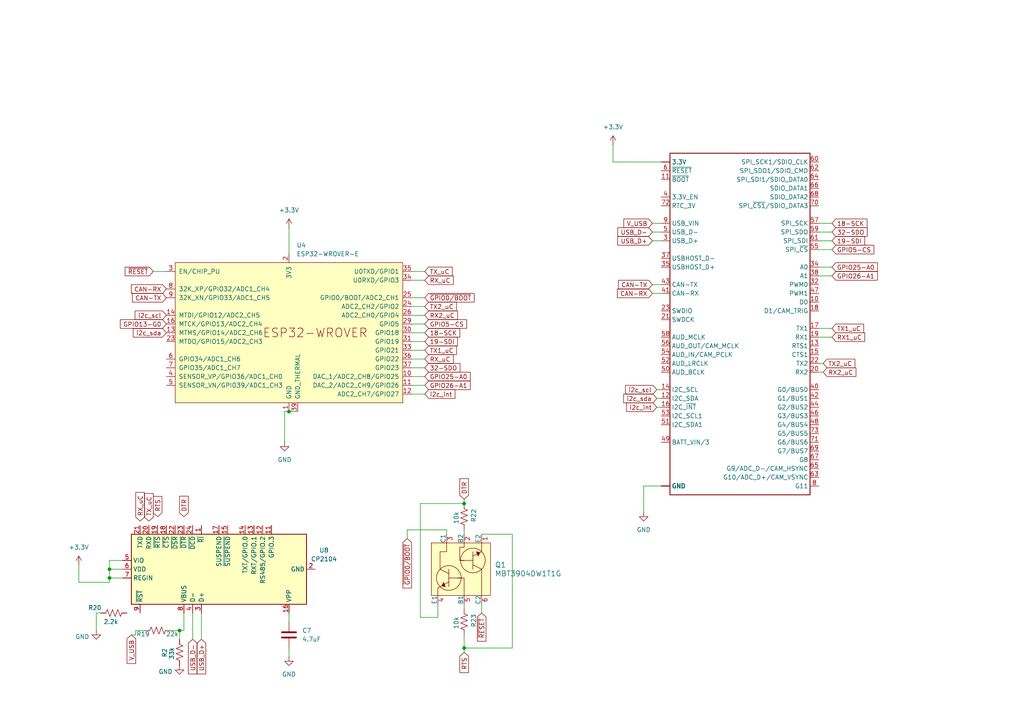
<source format=kicad_sch>
(kicad_sch (version 20231120) (generator "eeschema") (generator_version "8.0")
  (paper "A4")
  (lib_symbols
    (symbol "Device:C" (pin_numbers hide) (pin_names (offset 0.254))
      (property "Reference" "C" (at 0.635 2.54 0))
      (property "Value" "C" (at 0.635 -2.54 0))
      (symbol "C_0_1"
        (polyline (pts (xy -2.032 -0.762) (xy 2.032 -0.762)) (stroke (width 0.508)))
        (polyline (pts (xy -2.032 0.762) (xy 2.032 0.762)) (stroke (width 0.508)))
      )
      (symbol "C_1_1"
        (pin passive line (at 0 3.81 270) (length 2.794) (name "~") (number "1"))
        (pin passive line (at 0 -3.81 90) (length 2.794) (name "~") (number "2"))
      )
    )
    (symbol "Device:R_US" (pin_numbers hide) (pin_names (offset 0))
      (property "Reference" "R" (at 2.54 0 90))
      (property "Value" "R_US" (at -2.54 0 90))
      (symbol "R_US_0_1"
        (polyline (pts (xy 0 -2.286) (xy 0 -2.54)))
        (polyline (pts (xy 0 2.286) (xy 0 2.54)))
        (polyline (pts (xy 0 -0.762) (xy 1.016 -1.143) (xy 0 -1.524) (xy -1.016 -1.905) (xy 0 -2.286)))
        (polyline (pts (xy 0 0.762) (xy 1.016 0.381) (xy 0 0) (xy -1.016 -0.381) (xy 0 -0.762)))
        (polyline (pts (xy 0 2.286) (xy 1.016 1.905) (xy 0 1.524) (xy -1.016 1.143) (xy 0 0.762)))
      )
      (symbol "R_US_1_1"
        (pin passive line (at 0 3.81 270) (length 1.27) (name "~") (number "1"))
        (pin passive line (at 0 -3.81 90) (length 1.27) (name "~") (number "2"))
      )
    )
    (symbol "Espressif:ESP32-WROVER-E" (pin_names (offset 1.016))
      (property "Reference" "U" (at -30.48 25.4 0))
      (property "Value" "ESP32-WROVER-E" (at -30.48 22.86 0))
      (symbol "ESP32-WROVER-E_0_1"
        (rectangle (start -33.02 20.32) (end 33.02 -20.32) (fill (type background)))
      )
      (symbol "ESP32-WROVER-E_1_1"
        (text "ESP32-­WROVER" (at 7.62 0 0) (effects (font (size 2.54 2.54))))
        (pin power_in line (at 0 -22.86 90) (length 2.54) (name "GND") (number "1"))
        (pin bidirectional line (at 35.56 -12.7 180) (length 2.54) (name "DAC_1/ADC2_CH8/GPIO25") (number "10"))
        (pin bidirectional line (at 35.56 -15.24 180) (length 2.54) (name "DAC_2/ADC2_CH9/GPIO26") (number "11"))
        (pin bidirectional line (at 35.56 -17.78 180) (length 2.54) (name "ADC2_CH7/GPIO27") (number "12"))
        (pin bidirectional line (at -35.56 0 0) (length 2.54) (name "MTMS/GPIO14/ADC2_CH6") (number "13"))
        (pin bidirectional line (at -35.56 5.08 0) (length 2.54) (name "MTDI/GPIO12/ADC2_CH5") (number "14"))
        (pin passive line (at 0 -22.86 90) (length 2.54) hide (name "GND") (number "15"))
        (pin bidirectional line (at -35.56 2.54 0) (length 2.54) (name "MTCK/GPIO13/ADC2_CH4") (number "16"))
        (pin power_in line (at 0 22.86 270) (length 2.54) (name "3V3") (number "2"))
        (pin bidirectional line (at -35.56 -2.54 0) (length 2.54) (name "MTDO/GPIO15/ADC2_CH3") (number "23"))
        (pin bidirectional line (at 35.56 7.62 180) (length 2.54) (name "ADC2_CH2/GPIO2") (number "24"))
        (pin bidirectional line (at 35.56 10.16 180) (length 2.54) (name "GPIO0/BOOT/ADC2_CH1") (number "25"))
        (pin bidirectional line (at 35.56 5.08 180) (length 2.54) (name "ADC2_CH0/GPIO4") (number "26"))
        (pin bidirectional line (at 35.56 2.54 180) (length 2.54) (name "GPIO5") (number "29"))
        (pin input line (at -35.56 17.78 0) (length 2.54) (name "EN/CHIP_PU") (number "3"))
        (pin bidirectional line (at 35.56 0 180) (length 2.54) (name "GPIO18") (number "30"))
        (pin bidirectional line (at 35.56 -2.54 180) (length 2.54) (name "GPIO19") (number "31"))
        (pin bidirectional line (at 35.56 -5.08 180) (length 2.54) (name "GPIO21") (number "33"))
        (pin bidirectional line (at 35.56 15.24 180) (length 2.54) (name "U0RXD/GPIO3") (number "34"))
        (pin bidirectional line (at 35.56 17.78 180) (length 2.54) (name "U0TXD/GPIO1") (number "35"))
        (pin bidirectional line (at 35.56 -7.62 180) (length 2.54) (name "GPIO22") (number "36"))
        (pin bidirectional line (at 35.56 -10.16 180) (length 2.54) (name "GPIO23") (number "37"))
        (pin passive line (at 0 -22.86 90) (length 2.54) hide (name "GND") (number "38"))
        (pin power_in line (at 2.54 -22.86 90) (length 2.54) (name "GND_THERMAL") (number "39"))
        (pin input line (at -35.56 -12.7 0) (length 2.54) (name "SENSOR_VP/GPIO36/ADC1_CH0") (number "4"))
        (pin input line (at -35.56 -15.24 0) (length 2.54) (name "SENSOR_VN/GPIO39/ADC1_CH3") (number "5"))
        (pin input line (at -35.56 -7.62 0) (length 2.54) (name "GPIO34/ADC1_CH6") (number "6"))
        (pin input line (at -35.56 -10.16 0) (length 2.54) (name "GPIO35/ADC1_CH7") (number "7"))
        (pin bidirectional line (at -35.56 12.7 0) (length 2.54) (name "32K_XP/GPIO32/ADC1_CH4") (number "8"))
        (pin bidirectional line (at -35.56 10.16 0) (length 2.54) (name "32K_XN/GPIO33/ADC1_CH5") (number "9"))
      )
    )
    (symbol "Interface_USB:CP2104"
      (property "Reference" "U" (at -5.08 28.575 0))
      (property "Value" "CP2104" (at -5.08 26.67 0))
      (symbol "CP2104_1_1"
        (rectangle (start -10.16 25.4) (end 10.16 -25.4) (stroke (width 0.254)) (fill (type background)))
        (pin input line (at 12.7 5.08 180) (length 2.54) (name "~{RI}") (number "1"))
        (pin no_connect line (at 10.16 -20.32 180) (length 2.54) hide (name "NC") (number "10"))
        (pin bidirectional line (at 12.7 -15.24 180) (length 2.54) (name "GPIO.3") (number "11"))
        (pin bidirectional line (at 12.7 -12.7 180) (length 2.54) (name "RS485/GPIO.2") (number "12"))
        (pin bidirectional line (at 12.7 -10.16 180) (length 2.54) (name "RXT/GPIO.1") (number "13"))
        (pin bidirectional line (at 12.7 -7.62 180) (length 2.54) (name "TXT/GPIO.0") (number "14"))
        (pin output line (at 12.7 -2.54 180) (length 2.54) (name "~{SUSPEND}") (number "15"))
        (pin passive line (at -12.7 -20.32 0) (length 2.54) (name "VPP") (number "16"))
        (pin output line (at 12.7 0 180) (length 2.54) (name "SUSPEND") (number "17"))
        (pin input line (at 12.7 15.24 180) (length 2.54) (name "~{CTS}") (number "18"))
        (pin output line (at 12.7 17.78 180) (length 2.54) (name "~{RTS}") (number "19"))
        (pin power_in line (at 0 -27.94 90) (length 2.54) (name "GND") (number "2"))
        (pin input line (at 12.7 20.32 180) (length 2.54) (name "RXD") (number "20"))
        (pin output line (at 12.7 22.86 180) (length 2.54) (name "TXD") (number "21"))
        (pin input line (at 12.7 12.7 180) (length 2.54) (name "~{DSR}") (number "22"))
        (pin output line (at 12.7 10.16 180) (length 2.54) (name "~{DTR}") (number "23"))
        (pin input line (at 12.7 7.62 180) (length 2.54) (name "~{DCD}") (number "24"))
        (pin passive line (at 0 -27.94 90) (length 2.54) hide (name "GND") (number "25"))
        (pin bidirectional line (at -12.7 5.08 0) (length 2.54) (name "D+") (number "3"))
        (pin bidirectional line (at -12.7 7.62 0) (length 2.54) (name "D-") (number "4"))
        (pin power_in line (at 2.54 27.94 270) (length 2.54) (name "VIO") (number "5"))
        (pin power_in line (at 0 27.94 270) (length 2.54) (name "VDD") (number "6"))
        (pin power_in line (at -2.54 27.94 270) (length 2.54) (name "REGIN") (number "7"))
        (pin input line (at -12.7 10.16 0) (length 2.54) (name "VBUS") (number "8"))
        (pin bidirectional line (at -12.7 22.86 0) (length 2.54) (name "~{RST}") (number "9"))
      )
    )
    (symbol "SparkFun-MicroMod:MICROMOD-2222"
      (symbol "MICROMOD-2222_1_0"
        (polyline (pts (xy -20.32 -45.72) (xy -20.32 53.34)) (stroke (width 0.254)))
        (polyline (pts (xy -20.32 53.34) (xy 20.32 53.34)) (stroke (width 0.254)))
        (polyline (pts (xy 20.32 -45.72) (xy -20.32 -45.72)) (stroke (width 0.254)))
        (polyline (pts (xy 20.32 53.34) (xy 20.32 -45.72)) (stroke (width 0.254)))
        (pin bidirectional line (at -22.86 -43.18 0) (length 2.54) (name "GND") (number "1"))
        (pin bidirectional line (at 22.86 10.16 180) (length 2.54) (name "D0") (number "10"))
        (pin bidirectional line (at -22.86 45.72 0) (length 2.54) (name "~{BOOT}") (number "11"))
        (pin bidirectional line (at -22.86 -17.78 0) (length 2.54) (name "I2C_SDA") (number "12"))
        (pin bidirectional line (at 22.86 -2.54 180) (length 2.54) (name "RTS1") (number "13"))
        (pin bidirectional line (at -22.86 -15.24 0) (length 2.54) (name "I2C_SCL") (number "14"))
        (pin bidirectional line (at 22.86 -5.08 180) (length 2.54) (name "CTS1") (number "15"))
        (pin bidirectional line (at -22.86 -20.32 0) (length 2.54) (name "I2C_~{INT}") (number "16"))
        (pin bidirectional line (at 22.86 2.54 180) (length 2.54) (name "TX1") (number "17"))
        (pin bidirectional line (at 22.86 7.62 180) (length 2.54) (name "D1/CAM_TRIG") (number "18"))
        (pin bidirectional line (at 22.86 0 180) (length 2.54) (name "RX1") (number "19"))
        (pin bidirectional line (at -22.86 50.8 0) (length 2.54) (name "3.3V") (number "2"))
        (pin bidirectional line (at 22.86 -10.16 180) (length 2.54) (name "RX2") (number "20"))
        (pin bidirectional line (at -22.86 5.08 0) (length 2.54) (name "SWDCK") (number "21"))
        (pin bidirectional line (at 22.86 -7.62 180) (length 2.54) (name "TX2") (number "22"))
        (pin bidirectional line (at -22.86 7.62 0) (length 2.54) (name "SWDIO") (number "23"))
        (pin bidirectional line (at -22.86 27.94 0) (length 2.54) (name "USB_D+") (number "3"))
        (pin bidirectional line (at 22.86 15.24 180) (length 2.54) (name "PWM0") (number "32"))
        (pin bidirectional line (at -22.86 -43.18 0) (length 2.54) (name "GND") (number "33"))
        (pin bidirectional line (at 22.86 20.32 180) (length 2.54) (name "A0") (number "34"))
        (pin bidirectional line (at -22.86 20.32 0) (length 2.54) (name "USBHOST_D+") (number "35"))
        (pin bidirectional line (at -22.86 -43.18 0) (length 2.54) (name "GND") (number "36"))
        (pin bidirectional line (at -22.86 22.86 0) (length 2.54) (name "USBHOST_D-") (number "37"))
        (pin bidirectional line (at 22.86 17.78 180) (length 2.54) (name "A1") (number "38"))
        (pin bidirectional line (at -22.86 -43.18 0) (length 2.54) (name "GND") (number "39"))
        (pin bidirectional line (at -22.86 40.64 0) (length 2.54) (name "3.3V_EN") (number "4"))
        (pin bidirectional line (at 22.86 -15.24 180) (length 2.54) (name "G0/BUS0") (number "40"))
        (pin bidirectional line (at -22.86 12.7 0) (length 2.54) (name "CAN-RX") (number "41"))
        (pin bidirectional line (at 22.86 -17.78 180) (length 2.54) (name "G1/BUS1") (number "42"))
        (pin bidirectional line (at -22.86 15.24 0) (length 2.54) (name "CAN-TX") (number "43"))
        (pin bidirectional line (at 22.86 -20.32 180) (length 2.54) (name "G2/BUS2") (number "44"))
        (pin bidirectional line (at -22.86 -43.18 0) (length 2.54) (name "GND") (number "45"))
        (pin bidirectional line (at 22.86 -22.86 180) (length 2.54) (name "G3/BUS3") (number "46"))
        (pin bidirectional line (at 22.86 12.7 180) (length 2.54) (name "PWM1") (number "47"))
        (pin bidirectional line (at 22.86 -25.4 180) (length 2.54) (name "G4/BUS4") (number "48"))
        (pin bidirectional line (at -22.86 -30.48 0) (length 2.54) (name "BATT_VIN/3") (number "49"))
        (pin bidirectional line (at -22.86 30.48 0) (length 2.54) (name "USB_D-") (number "5"))
        (pin bidirectional line (at -22.86 -10.16 0) (length 2.54) (name "AUD_BCLK") (number "50"))
        (pin bidirectional line (at -22.86 -25.4 0) (length 2.54) (name "I2C_SDA1") (number "51"))
        (pin bidirectional line (at -22.86 -7.62 0) (length 2.54) (name "AUD_LRCLK") (number "52"))
        (pin bidirectional line (at -22.86 -22.86 0) (length 2.54) (name "I2C_SCL1") (number "53"))
        (pin bidirectional line (at -22.86 -5.08 0) (length 2.54) (name "AUD_IN/CAM_PCLK") (number "54"))
        (pin bidirectional line (at 22.86 25.4 180) (length 2.54) (name "SPI_~{CS}") (number "55"))
        (pin bidirectional line (at -22.86 -2.54 0) (length 2.54) (name "AUD_OUT/CAM_MCLK") (number "56"))
        (pin bidirectional line (at 22.86 33.02 180) (length 2.54) (name "SPI_SCK") (number "57"))
        (pin bidirectional line (at -22.86 0 0) (length 2.54) (name "AUD_MCLK") (number "58"))
        (pin bidirectional line (at 22.86 30.48 180) (length 2.54) (name "SPI_SDO") (number "59"))
        (pin bidirectional line (at -22.86 48.26 0) (length 2.54) (name "~{RESET}") (number "6"))
        (pin bidirectional line (at 22.86 50.8 180) (length 2.54) (name "SPI_SCK1/SDIO_CLK") (number "60"))
        (pin bidirectional line (at 22.86 27.94 180) (length 2.54) (name "SPI_SDI") (number "61"))
        (pin bidirectional line (at 22.86 48.26 180) (length 2.54) (name "SPI_SDO1/SDIO_CMD") (number "62"))
        (pin bidirectional line (at 22.86 -40.64 180) (length 2.54) (name "G10/ADC_D+/CAM_VSYNC") (number "63"))
        (pin bidirectional line (at 22.86 45.72 180) (length 2.54) (name "SPI_SDI1/SDIO_DATA0") (number "64"))
        (pin bidirectional line (at 22.86 -38.1 180) (length 2.54) (name "G9/ADC_D-/CAM_HSYNC") (number "65"))
        (pin bidirectional line (at 22.86 43.18 180) (length 2.54) (name "SDIO_DATA1") (number "66"))
        (pin bidirectional line (at 22.86 -35.56 180) (length 2.54) (name "G8") (number "67"))
        (pin bidirectional line (at 22.86 40.64 180) (length 2.54) (name "SDIO_DATA2") (number "68"))
        (pin bidirectional line (at 22.86 -33.02 180) (length 2.54) (name "G7/BUS7") (number "69"))
        (pin bidirectional line (at -22.86 -43.18 0) (length 2.54) (name "GND") (number "7"))
        (pin bidirectional line (at 22.86 38.1 180) (length 2.54) (name "SPI_~{CS1}/SDIO_DATA3") (number "70"))
        (pin bidirectional line (at 22.86 -30.48 180) (length 2.54) (name "G6/BUS6") (number "71"))
        (pin bidirectional line (at -22.86 38.1 0) (length 2.54) (name "RTC_3V") (number "72"))
        (pin bidirectional line (at 22.86 -27.94 180) (length 2.54) (name "G5/BUS5") (number "73"))
        (pin bidirectional line (at -22.86 50.8 0) (length 2.54) (name "3.3V") (number "74"))
        (pin bidirectional line (at -22.86 -43.18 0) (length 2.54) (name "GND") (number "75"))
        (pin bidirectional line (at 22.86 -43.18 180) (length 2.54) (name "G11") (number "8"))
        (pin bidirectional line (at -22.86 33.02 0) (length 2.54) (name "USB_VIN") (number "9"))
        (pin bidirectional line (at -22.86 -43.18 0) (length 2.54) (name "GND") (number "GND1"))
        (pin bidirectional line (at -22.86 -43.18 0) (length 2.54) (name "GND") (number "GND2"))
        (pin bidirectional line (at -22.86 -43.18 0) (length 2.54) (name "GND") (number "GND3"))
      )
    )
    (symbol "dk_Transistors-Bipolar-BJT-Arrays:MBT3904DW1T1G" (pin_names (offset 0))
      (property "Reference" "Q" (at -9.652 8.636 0))
      (property "Value" "MBT3904DW1T1G" (at 8.89 0 90))
      (symbol "MBT3904DW1T1G_0_1"
        (rectangle (start -9.525 7.62) (end 7.62 -7.62) (fill (type background)))
        (circle (center -4.445 -2.54) (radius 3.5814))
        (polyline (pts (xy -4.445 -1.27) (xy -6.985 0)))
        (polyline (pts (xy -4.445 0) (xy -4.445 -5.08)))
        (polyline (pts (xy -1.27 2.54) (xy 0 2.54)))
        (polyline (pts (xy -1.016 2.54) (xy 2.54 2.54)))
        (polyline (pts (xy -0.889 -2.54) (xy -4.445 -2.54)))
        (polyline (pts (xy -0.635 -2.54) (xy -1.905 -2.54)))
        (polyline (pts (xy 2.54 0) (xy 2.54 5.08)))
        (polyline (pts (xy 2.54 1.27) (xy 5.08 0)))
        (polyline (pts (xy 2.54 3.81) (xy 5.08 5.08)))
        (polyline (pts (xy 5.08 5.08) (xy 5.08 7.62)))
        (polyline (pts (xy -4.445 -3.683) (xy -7.62 -5.461) (xy -7.62 -7.62)))
        (polyline (pts (xy -0.635 -2.54) (xy 0 -2.54) (xy 0 -7.62)))
        (polyline (pts (xy 5.08 0) (xy 5.08 -6.985) (xy 5.08 -7.62)))
        (polyline (pts (xy -6.985 0) (xy -6.985 5.08) (xy -5.08 5.08) (xy -5.08 7.62)))
        (polyline (pts (xy -5.969 -3.81) (xy -6.477 -4.826) (xy -5.461 -5.08) (xy -5.969 -3.81)) (fill (type outline)))
        (polyline (pts (xy -1.27 2.54) (xy -1.27 6.35) (xy 0 6.35) (xy 0 7.62)))
        (polyline (pts (xy 4.064 3.81) (xy 4.572 4.826) (xy 3.556 5.08) (xy 4.064 3.81)) (fill (type outline)))
        (circle (center 2.54 2.54) (radius 3.5814))
      )
      (symbol "MBT3904DW1T1G_1_1"
        (pin passive line (at 5.08 10.16 270) (length 2.54) (name "E2") (number "1"))
        (pin input line (at 0 10.16 270) (length 2.54) (name "B2") (number "2"))
        (pin passive line (at -5.08 10.16 270) (length 2.54) (name "C1") (number "3"))
        (pin passive line (at -7.62 -10.16 90) (length 2.54) (name "E1") (number "4"))
        (pin input line (at 0 -10.16 90) (length 2.54) (name "B1") (number "5"))
        (pin passive line (at 5.08 -10.16 90) (length 2.54) (name "C2") (number "6"))
      )
    )
    (symbol "power:+5V" (power) (pin_numbers hide) (pin_names (offset 0) hide)
      (property "Value" "+5V" (at 0 3.556 0))
      (symbol "+5V_0_1"
        (polyline (pts (xy -0.762 1.27) (xy 0 2.54)))
        (polyline (pts (xy 0 0) (xy 0 2.54)))
        (polyline (pts (xy 0 2.54) (xy 0.762 1.27)))
      )
      (symbol "+5V_1_1"
        (pin power_in line (at 0 0 90) (length 0) (name "~") (number "1"))
      )
    )
    (symbol "power:GND" (power) (pin_numbers hide) (pin_names (offset 0) hide)
      (property "Value" "GND" (at 0 -3.81 0))
      (symbol "GND_0_1"
        (polyline (pts (xy 0 0) (xy 0 -1.27) (xy 1.27 -1.27) (xy 0 -2.54) (xy -1.27 -1.27) (xy 0 -1.27)))
      )
      (symbol "GND_1_1"
        (pin power_in line (at 0 0 270) (length 0) (name "~") (number "1"))
      )
    )
  )
  (junction (at 52.07 182.88))
  (junction (at 31.75 167.64))
  (junction (at 83.82 119.38))
  (junction (at 134.62 146.05))
  (junction (at 134.62 187.96))
  (junction (at 31.75 165.1))
  (wire (pts (xy 119.38 109.22) (xy 123.19 109.22)))
  (wire (pts (xy 39.37 182.88) (xy 41.91 182.88)))
  (wire (pts (xy 53.34 177.8) (xy 53.34 182.88)))
  (wire (pts (xy 82.55 119.38) (xy 83.82 119.38)))
  (wire (pts (xy 189.23 69.85) (xy 191.77 69.85)))
  (wire (pts (xy 237.49 107.95) (xy 238.76 107.95)))
  (wire (pts (xy 189.23 82.55) (xy 191.77 82.55)))
  (wire (pts (xy 189.23 67.31) (xy 191.77 67.31)))
  (wire (pts (xy 119.38 106.68) (xy 123.19 106.68)))
  (wire (pts (xy 118.11 153.67) (xy 129.54 153.67)))
  (wire (pts (xy 27.94 182.88) (xy 27.94 177.8)))
  (wire (pts (xy 52.07 185.42) (xy 52.07 182.88)))
  (wire (pts (xy 139.7 154.94) (xy 148.59 154.94)))
  (wire (pts (xy 127 175.26) (xy 127 179.07)))
  (wire (pts (xy 58.42 177.8) (xy 58.42 185.42)))
  (wire (pts (xy 83.82 177.8) (xy 83.82 180.34)))
  (wire (pts (xy 177.8 46.99) (xy 191.77 46.99)))
  (wire (pts (xy 82.55 128.27) (xy 82.55 119.38)))
  (wire (pts (xy 241.3 80.01) (xy 237.49 80.01)))
  (wire (pts (xy 190.5 113.03) (xy 191.77 113.03)))
  (wire (pts (xy 121.92 146.05) (xy 134.62 146.05)))
  (wire (pts (xy 83.82 66.04) (xy 83.82 73.66)))
  (wire (pts (xy 241.3 97.79) (xy 237.49 97.79)))
  (wire (pts (xy 134.62 184.15) (xy 134.62 187.96)))
  (wire (pts (xy 241.3 67.31) (xy 237.49 67.31)))
  (wire (pts (xy 189.23 85.09) (xy 191.77 85.09)))
  (wire (pts (xy 31.75 162.56) (xy 35.56 162.56)))
  (wire (pts (xy 119.38 93.98) (xy 123.19 93.98)))
  (wire (pts (xy 134.62 144.78) (xy 134.62 146.05)))
  (wire (pts (xy 35.56 165.1) (xy 31.75 165.1)))
  (wire (pts (xy 134.62 153.67) (xy 134.62 154.94)))
  (wire (pts (xy 123.19 96.52) (xy 119.38 96.52)))
  (wire (pts (xy 27.94 177.8) (xy 29.21 177.8)))
  (wire (pts (xy 241.3 95.25) (xy 237.49 95.25)))
  (wire (pts (xy 127 179.07) (xy 121.92 179.07)))
  (wire (pts (xy 38.1 184.15) (xy 39.37 184.15)))
  (wire (pts (xy 39.37 184.15) (xy 39.37 182.88)))
  (wire (pts (xy 44.45 78.74) (xy 48.26 78.74)))
  (wire (pts (xy 119.38 111.76) (xy 123.19 111.76)))
  (wire (pts (xy 241.3 77.47) (xy 237.49 77.47)))
  (wire (pts (xy 22.86 163.83) (xy 22.86 168.91)))
  (wire (pts (xy 49.53 182.88) (xy 52.07 182.88)))
  (wire (pts (xy 83.82 119.38) (xy 86.36 119.38)))
  (wire (pts (xy 118.11 156.21) (xy 118.11 153.67)))
  (wire (pts (xy 31.75 167.64) (xy 31.75 168.91)))
  (wire (pts (xy 35.56 167.64) (xy 31.75 167.64)))
  (wire (pts (xy 121.92 179.07) (xy 121.92 146.05)))
  (wire (pts (xy 123.19 81.28) (xy 119.38 81.28)))
  (wire (pts (xy 119.38 101.6) (xy 123.19 101.6)))
  (wire (pts (xy 119.38 99.06) (xy 123.19 99.06)))
  (wire (pts (xy 31.75 162.56) (xy 31.75 165.1)))
  (wire (pts (xy 189.23 64.77) (xy 191.77 64.77)))
  (wire (pts (xy 148.59 187.96) (xy 134.62 187.96)))
  (wire (pts (xy 241.3 72.39) (xy 237.49 72.39)))
  (wire (pts (xy 186.69 140.97) (xy 191.77 140.97)))
  (wire (pts (xy 55.88 177.8) (xy 55.88 185.42)))
  (wire (pts (xy 31.75 165.1) (xy 31.75 167.64)))
  (wire (pts (xy 129.54 153.67) (xy 129.54 154.94)))
  (wire (pts (xy 123.19 86.36) (xy 119.38 86.36)))
  (wire (pts (xy 186.69 148.59) (xy 186.69 140.97)))
  (wire (pts (xy 119.38 88.9) (xy 123.19 88.9)))
  (wire (pts (xy 134.62 175.26) (xy 134.62 176.53)))
  (wire (pts (xy 119.38 104.14) (xy 123.19 104.14)))
  (wire (pts (xy 139.7 177.8) (xy 139.7 175.26)))
  (wire (pts (xy 190.5 118.11) (xy 191.77 118.11)))
  (wire (pts (xy 119.38 114.3) (xy 123.19 114.3)))
  (wire (pts (xy 83.82 187.96) (xy 83.82 190.5)))
  (wire (pts (xy 177.8 41.91) (xy 177.8 46.99)))
  (wire (pts (xy 123.19 78.74) (xy 119.38 78.74)))
  (wire (pts (xy 241.3 69.85) (xy 237.49 69.85)))
  (wire (pts (xy 190.5 115.57) (xy 191.77 115.57)))
  (wire (pts (xy 237.49 105.41) (xy 238.76 105.41)))
  (wire (pts (xy 148.59 154.94) (xy 148.59 187.96)))
  (wire (pts (xy 134.62 187.96) (xy 134.62 189.23)))
  (wire (pts (xy 22.86 168.91) (xy 31.75 168.91)))
  (wire (pts (xy 119.38 91.44) (xy 123.19 91.44)))
  (wire (pts (xy 52.07 182.88) (xy 53.34 182.88)))
  (wire (pts (xy 241.3 64.77) (xy 237.49 64.77)))
  (global_label "32-SDO" (shape input) (at 123.19 106.68 0) (property "Intersheetrefs" "${INTERSHEET_REFS}" (effects (hide yes))))
  (global_label "GPIO13-G0" (shape input) (at 48.26 93.98 180) (property "Intersheetrefs" "${INTERSHEET_REFS}" (effects (hide yes))))
  (global_label "RTS" (shape input) (at 134.62 189.23 270) (property "Intersheetrefs" "${INTERSHEET_REFS}" (effects (hide yes))))
  (global_label "GPIO25-A0" (shape input) (at 123.19 109.22 0) (property "Intersheetrefs" "${INTERSHEET_REFS}" (effects (hide yes))))
  (global_label "TX2_uC" (shape input) (at 123.19 88.9 0) (property "Intersheetrefs" "${INTERSHEET_REFS}" (effects (hide yes))))
  (global_label "DTR" (shape input) (at 134.62 144.78 90) (property "Intersheetrefs" "${INTERSHEET_REFS}" (effects (hide yes))))
  (global_label "V_USB" (shape input) (at 38.1 184.15 270) (property "Intersheetrefs" "${INTERSHEET_REFS}" (effects (hide yes))))
  (global_label "~{GPIO0{slash}BOOT}" (shape input) (at 118.11 156.21 270) (property "Intersheetrefs" "${INTERSHEET_REFS}" (effects (hide yes))))
  (global_label "CAN-TX" (shape input) (at 189.23 82.55 180) (property "Intersheetrefs" "${INTERSHEET_REFS}" (effects (hide yes))))
  (global_label "RX_uC" (shape input) (at 123.19 81.28 0) (property "Intersheetrefs" "${INTERSHEET_REFS}" (effects (hide yes))))
  (global_label "i2c_scl" (shape input) (at 48.26 91.44 180) (property "Intersheetrefs" "${INTERSHEET_REFS}" (effects (hide yes))))
  (global_label "19-SDI" (shape input) (at 241.3 69.85 0) (property "Intersheetrefs" "${INTERSHEET_REFS}" (effects (hide yes))))
  (global_label "GPIO25-A0" (shape input) (at 241.3 77.47 0) (property "Intersheetrefs" "${INTERSHEET_REFS}" (effects (hide yes))))
  (global_label "DTR" (shape input) (at 53.34 149.86 90) (property "Intersheetrefs" "${INTERSHEET_REFS}" (effects (hide yes))))
  (global_label "18-SCK" (shape input) (at 241.3 64.77 0) (property "Intersheetrefs" "${INTERSHEET_REFS}" (effects (hide yes))))
  (global_label "i2c_int" (shape input) (at 190.5 118.11 180) (property "Intersheetrefs" "${INTERSHEET_REFS}" (effects (hide yes))))
  (global_label "TX2_uC" (shape input) (at 238.76 105.41 0) (property "Intersheetrefs" "${INTERSHEET_REFS}" (effects (hide yes))))
  (global_label "USB_D-" (shape input) (at 189.23 67.31 180) (property "Intersheetrefs" "${INTERSHEET_REFS}" (effects (hide yes))))
  (global_label "32-SDO" (shape input) (at 241.3 67.31 0) (property "Intersheetrefs" "${INTERSHEET_REFS}" (effects (hide yes))))
  (global_label "~{RESET}" (shape input) (at 44.45 78.74 180) (property "Intersheetrefs" "${INTERSHEET_REFS}" (effects (hide yes))))
  (global_label "RX1_uC" (shape input) (at 241.3 97.79 0) (property "Intersheetrefs" "${INTERSHEET_REFS}" (effects (hide yes))))
  (global_label "TX_uC" (shape input) (at 123.19 78.74 0) (property "Intersheetrefs" "${INTERSHEET_REFS}" (effects (hide yes))))
  (global_label "RX_uC" (shape input) (at 40.64 151.13 90) (property "Intersheetrefs" "${INTERSHEET_REFS}" (effects (hide yes))))
  (global_label "GPIO26-A1" (shape input) (at 241.3 80.01 0) (property "Intersheetrefs" "${INTERSHEET_REFS}" (effects (hide yes))))
  (global_label "RTS" (shape input) (at 45.72 149.86 90) (property "Intersheetrefs" "${INTERSHEET_REFS}" (effects (hide yes))))
  (global_label "GPIO5-CS" (shape input) (at 123.19 93.98 0) (property "Intersheetrefs" "${INTERSHEET_REFS}" (effects (hide yes))))
  (global_label "i2c_int" (shape input) (at 123.19 114.3 0) (property "Intersheetrefs" "${INTERSHEET_REFS}" (effects (hide yes))))
  (global_label "18-SCK" (shape input) (at 123.19 96.52 0) (property "Intersheetrefs" "${INTERSHEET_REFS}" (effects (hide yes))))
  (global_label "CAN-RX" (shape input) (at 48.26 83.82 180) (property "Intersheetrefs" "${INTERSHEET_REFS}" (effects (hide yes))))
  (global_label "RX2_uC" (shape input) (at 123.19 91.44 0) (property "Intersheetrefs" "${INTERSHEET_REFS}" (effects (hide yes))))
  (global_label "TX_uC" (shape input) (at 43.18 151.13 90) (property "Intersheetrefs" "${INTERSHEET_REFS}" (effects (hide yes))))
  (global_label "CAN-TX" (shape input) (at 48.26 86.36 180) (property "Intersheetrefs" "${INTERSHEET_REFS}" (effects (hide yes))))
  (global_label "USB_D+" (shape input) (at 58.42 185.42 270) (property "Intersheetrefs" "${INTERSHEET_REFS}" (effects (hide yes))))
  (global_label "V_USB" (shape input) (at 189.23 64.77 180) (property "Intersheetrefs" "${INTERSHEET_REFS}" (effects (hide yes))))
  (global_label "19-SDI" (shape input) (at 123.19 99.06 0) (property "Intersheetrefs" "${INTERSHEET_REFS}" (effects (hide yes))))
  (global_label "TX1_uC" (shape input) (at 241.3 95.25 0) (property "Intersheetrefs" "${INTERSHEET_REFS}" (effects (hide yes))))
  (global_label "CAN-RX" (shape input) (at 189.23 85.09 180) (property "Intersheetrefs" "${INTERSHEET_REFS}" (effects (hide yes))))
  (global_label "GPIO5-CS" (shape input) (at 241.3 72.39 0) (property "Intersheetrefs" "${INTERSHEET_REFS}" (effects (hide yes))))
  (global_label "i2c_sda" (shape input) (at 190.5 115.57 180) (property "Intersheetrefs" "${INTERSHEET_REFS}" (effects (hide yes))))
  (global_label "RX_uC" (shape input) (at 123.19 104.14 0) (property "Intersheetrefs" "${INTERSHEET_REFS}" (effects (hide yes))))
  (global_label "GPIO26-A1" (shape input) (at 123.19 111.76 0) (property "Intersheetrefs" "${INTERSHEET_REFS}" (effects (hide yes))))
  (global_label "~{RESET}" (shape input) (at 139.7 177.8 270) (property "Intersheetrefs" "${INTERSHEET_REFS}" (effects (hide yes))))
  (global_label "i2c_scl" (shape input) (at 190.5 113.03 180) (property "Intersheetrefs" "${INTERSHEET_REFS}" (effects (hide yes))))
  (global_label "RX2_uC" (shape input) (at 238.76 107.95 0) (property "Intersheetrefs" "${INTERSHEET_REFS}" (effects (hide yes))))
  (global_label "~{GPIO0{slash}BOOT}" (shape input) (at 123.19 86.36 0) (property "Intersheetrefs" "${INTERSHEET_REFS}" (effects (hide yes))))
  (global_label "i2c_sda" (shape input) (at 48.26 96.52 180) (property "Intersheetrefs" "${INTERSHEET_REFS}" (effects (hide yes))))
  (global_label "TX1_uC" (shape input) (at 123.19 101.6 0) (property "Intersheetrefs" "${INTERSHEET_REFS}" (effects (hide yes))))
  (global_label "USB_D-" (shape input) (at 55.88 185.42 270) (property "Intersheetrefs" "${INTERSHEET_REFS}" (effects (hide yes))))
  (global_label "USB_D+" (shape input) (at 189.23 69.85 180) (property "Intersheetrefs" "${INTERSHEET_REFS}" (effects (hide yes))))
  (symbol (lib_id "Device:R_US") (at 33.02 177.8 90) (unit 1) (on_board no)
    (property "Reference" "R20" (at 29.464 176.276 90) (effects (justify left)))
    (property "Value" "2.2k" (at 34.29 180.34 90) (effects (justify left)))
    (property "Footprint" "Resistor_SMD:R_1206_3216Metric" (effects (hide yes)))
    (property "Description" "Resistor, US symbol" (effects (hide yes)))
  )
  (symbol (lib_id "SparkFun-MicroMod:MICROMOD-2222") (at 214.63 97.79 0) (unit 1) (on_board no)
    (property "Reference" "J22" (effects (hide yes)))
    (property "Footprint" "SparkFun-MicroMod:M.2-CARD-E-22" (effects (hide yes)))
    (property "Description" "MicroMod Connector\n\nDescription: A card edge connector and mating PCB connector to allow various MicroMod Processor Boards to be coupled with various carrier boards of different capabilities. Based on the M.2 standard." (effects (hide yes)))
  )
  (symbol (lib_id "power:GND") (at 52.07 193.04 0) (unit 1) (on_board no)
    (property "Reference" "#PWR051" (effects (hide yes)))
    (property "Value" "GND" (at 48.006 194.818 0))
    (property "Description" "Power symbol creates a global label with name \"GND\" , ground" (effects (hide yes)))
  )
  (symbol (lib_id "power:GND") (at 186.69 148.59 0) (unit 1) (on_board no)
    (property "Reference" "#PWR047" (effects (hide yes)))
    (property "Value" "GND" (at 186.69 153.67 0))
    (property "Description" "Power symbol creates a global label with name \"GND\" , ground" (effects (hide yes)))
  )
  (symbol (lib_id "power:GND") (at 27.94 182.88 0) (unit 1) (on_board no)
    (property "Reference" "#PWR052" (effects (hide yes)))
    (property "Value" "GND" (at 23.876 184.658 0))
    (property "Description" "Power symbol creates a global label with name \"GND\" , ground" (effects (hide yes)))
  )
  (symbol (lib_id "Device:R_US") (at 134.62 180.34 180) (unit 1) (on_board no)
    (property "Reference" "R23" (at 137.414 178.054 90) (effects (justify left)))
    (property "Value" "10k" (at 132.334 178.816 90) (effects (justify left)))
    (property "Footprint" "Resistor_SMD:R_1206_3216Metric" (effects (hide yes)))
    (property "Description" "Resistor, US symbol" (effects (hide yes)))
  )
  (symbol (lib_id "Interface_USB:CP2104") (at 63.5 165.1 90) (unit 1) (on_board no)
    (property "Reference" "U8" (at 93.98 159.6038 90))
    (property "Value" "CP2104" (at 93.98 162.1438 90))
    (property "Footprint" "Package_DFN_QFN:QFN-24-1EP_4x4mm_P0.5mm_EP2.6x2.6mm" (effects (hide yes)))
    (property "Datasheet" "https://www.silabs.com/documents/public/data-sheets/cp2104.pdf" (effects (hide yes)))
    (property "Description" "Single-Chip USB-to-UART Bridge, USB 2.0 Full-Speed, 2Mbps UART, QFN-24" (effects (hide yes)))
  )
  (symbol (lib_id "Device:C") (at 83.82 184.15 0) (unit 1) (on_board no)
    (property "Reference" "C7" (at 87.63 182.8799 0) (effects (justify left)))
    (property "Value" "4.7uF" (at 87.63 185.4199 0) (effects (justify left)))
    (property "Footprint" "Capacitor_SMD:C_1206_3216Metric" (effects (hide yes)))
    (property "Description" "Unpolarized capacitor" (effects (hide yes)))
  )
  (symbol (lib_id "Device:R_US") (at 52.07 189.23 180) (unit 1) (on_board no)
    (property "Reference" "R2" (at 47.752 187.96 90) (effects (justify left)))
    (property "Value" "33k" (at 49.784 187.706 90) (effects (justify left)))
    (property "Footprint" "Resistor_SMD:R_1206_3216Metric" (effects (hide yes)))
    (property "Description" "Resistor, US symbol" (effects (hide yes)))
  )
  (symbol (lib_id "Device:R_US") (at 134.62 149.86 180) (unit 1) (on_board no)
    (property "Reference" "R22" (at 137.414 147.574 90) (effects (justify left)))
    (property "Value" "10k" (at 132.334 148.336 90) (effects (justify left)))
    (property "Footprint" "Resistor_SMD:R_1206_3216Metric" (effects (hide yes)))
    (property "Description" "Resistor, US symbol" (effects (hide yes)))
  )
  (symbol (lib_id "power:+5V") (at 22.86 163.83 0) (unit 1) (on_board no)
    (property "Reference" "#PWR050" (effects (hide yes)))
    (property "Value" "+3.3V" (at 22.86 158.75 0))
    (property "Description" "Power symbol creates a global label with name \"+5V\"" (effects (hide yes)))
  )
  (symbol (lib_id "Device:R_US") (at 45.72 182.88 90) (unit 1) (on_board no)
    (property "Reference" "R19" (at 43.434 183.896 90) (effects (justify left)))
    (property "Value" "22k" (at 51.816 183.896 90) (effects (justify left)))
    (property "Footprint" "Resistor_SMD:R_1206_3216Metric" (effects (hide yes)))
    (property "Description" "Resistor, US symbol" (effects (hide yes)))
  )
  (symbol (lib_id "power:GND") (at 82.55 128.27 0) (unit 1) (on_board no)
    (property "Reference" "#PWR046" (effects (hide yes)))
    (property "Value" "GND" (at 82.55 133.35 0))
    (property "Description" "Power symbol creates a global label with name \"GND\" , ground" (effects (hide yes)))
  )
  (symbol (lib_id "power:GND") (at 83.82 190.5 0) (unit 1) (on_board no)
    (property "Reference" "#PWR049" (effects (hide yes)))
    (property "Value" "GND" (at 83.82 195.58 0))
    (property "Description" "Power symbol creates a global label with name \"GND\" , ground" (effects (hide yes)))
  )
  (symbol (lib_id "Espressif:ESP32-WROVER-E") (at 83.82 96.52 0) (unit 1) (on_board no)
    (property "Reference" "U4" (at 86.0141 71.12 0) (effects (justify left)))
    (property "Value" "ESP32-WROVER-E" (at 86.0141 73.66 0) (effects (justify left)))
    (property "Footprint" "Espressif:ESP32-WROVER-E" (effects (hide yes)))
    (property "Datasheet" "https://www.espressif.com/sites/default/files/documentation/esp32-wrover-e_esp32-wrover-ie_datasheet_en.pdf" (effects (hide yes)))
    (property "Description" "ESP32-WROVER-E and ESP32-WROVER-IE are two powerful, generic WiFi-BT-BLE MCU modules that target a wide variety of applications, ranging from low-power sensor networks to the most demanding tasks, such as voice encoding, music streaming and MP3 decoding. ESP32-WROVER-E comes with a PCB antenna, and ESP32-WROVER-IE with an IPEX antenna. They both featurea 4 MB external SPI flash and an additional 8 MB SPI Pseudo static RAM (PSRAM)." (effects (hide yes)))
  )
  (symbol (lib_id "power:+5V") (at 177.8 41.91 0) (unit 1) (on_board no)
    (property "Reference" "#PWR048" (effects (hide yes)))
    (property "Value" "+3.3V" (at 177.8 36.83 0))
    (property "Description" "Power symbol creates a global label with name \"+5V\"" (effects (hide yes)))
  )
  (symbol (lib_id "power:+5V") (at 83.82 66.04 0) (unit 1) (on_board no)
    (property "Reference" "#PWR045" (effects (hide yes)))
    (property "Value" "+3.3V" (at 83.82 60.96 0))
    (property "Description" "Power symbol creates a global label with name \"+5V\"" (effects (hide yes)))
  )
  (symbol (lib_id "dk_Transistors-Bipolar-BJT-Arrays:MBT3904DW1T1G") (at 134.62 165.1 0) (unit 1) (on_board no)
    (property "Reference" "Q1" (at 143.51 163.8299 0) (effects (font (size 1.524 1.524)) (justify left)))
    (property "Value" "MBT3904DW1T1G" (at 143.51 166.3699 0) (effects (font (size 1.524 1.524)) (justify left)))
    (property "Footprint" "digikey-footprints:SOT-363" (effects (hide yes)))
    (property "Datasheet" "http://www.onsemi.com/pub/Collateral/MBT3904DW1T1-D.PDF" (effects (hide yes)))
    (property "Description" "TRANS 2NPN 40V 0.2A SC88" (effects (hide yes)))
    (property "Digi-Key_PN" "MBT3904DW1T1GOSCT-ND" (effects (hide yes)))
    (property "MPN" "MBT3904DW1T1G" (effects (hide yes)))
    (property "Category" "Discrete Semiconductor Products" (effects (hide yes)))
    (property "Family" "Transistors - Bipolar (BJT) - Arrays" (effects (hide yes)))
    (property "DK_Datasheet_Link" "http://www.onsemi.com/pub/Collateral/MBT3904DW1T1-D.PDF" (effects (hide yes)))
    (property "DK_Detail_Page" "/product-detail/en/on-semiconductor/MBT3904DW1T1G/MBT3904DW1T1GOSCT-ND/918012" (effects (hide yes)))
    (property "Description_1" "TRANS 2NPN 40V 0.2A SC88" (effects (hide yes)))
    (property "Manufacturer" "ON Semiconductor" (effects (hide yes)))
    (property "Status" "Active" (effects (hide yes)))
  )
)
</source>
